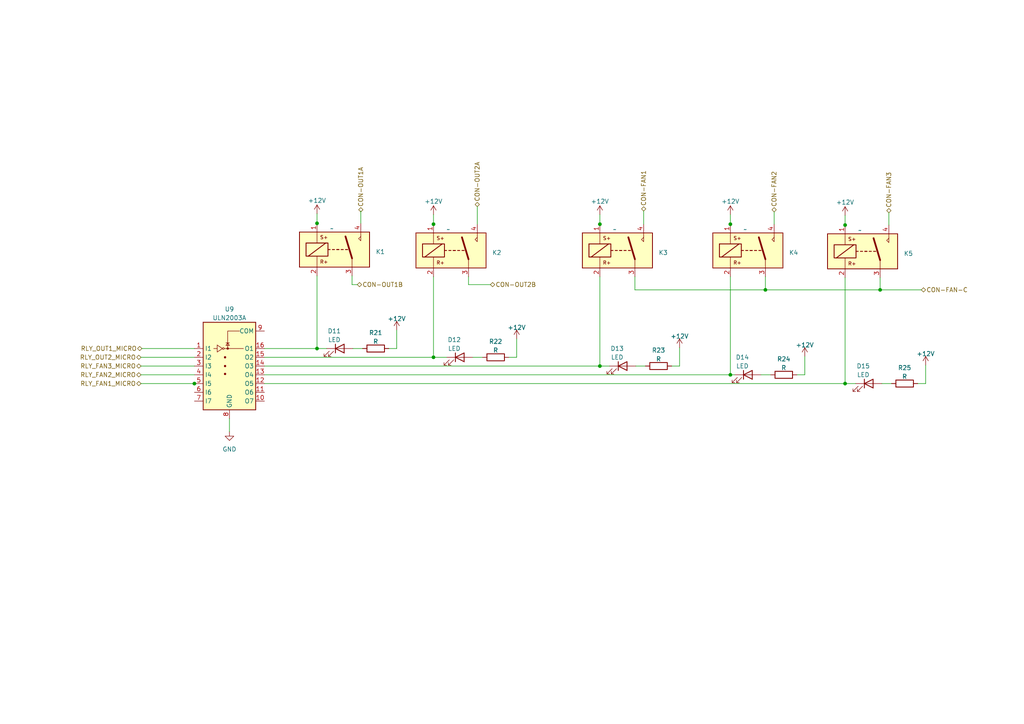
<source format=kicad_sch>
(kicad_sch (version 20230121) (generator eeschema)
  (paper "A4")
  (lib_symbols
    (symbol "Device:LED" (pin_numbers hide) (pin_names (offset 1.016) hide)
      (property "Reference" "D" (at 0 2.54 0))
      (property "Value" "LED" (at 0 -2.54 0))
      (symbol "LED_0_1"
        (polyline (pts (xy -1.27 -1.27) (xy -1.27 1.27)) (stroke (width 0.254)))
        (polyline (pts (xy -1.27 0) (xy 1.27 0)))
        (polyline (pts (xy 1.27 -1.27) (xy 1.27 1.27) (xy -1.27 0) (xy 1.27 -1.27)) (stroke (width 0.254)))
        (polyline (pts (xy -3.048 -0.762) (xy -4.572 -2.286) (xy -3.81 -2.286) (xy -4.572 -2.286) (xy -4.572 -1.524)))
        (polyline (pts (xy -1.778 -0.762) (xy -3.302 -2.286) (xy -2.54 -2.286) (xy -3.302 -2.286) (xy -3.302 -1.524)))
      )
      (symbol "LED_1_1"
        (pin passive line (at -3.81 0 0) (length 2.54) (name "K") (number "1"))
        (pin passive line (at 3.81 0 180) (length 2.54) (name "A") (number "2"))
      )
    )
    (symbol "Device:R" (pin_numbers hide) (pin_names (offset 0))
      (property "Reference" "R" (at 2.032 0 90))
      (property "Value" "R" (at 0 0 90))
      (symbol "R_0_1"
        (rectangle (start -1.016 -2.54) (end 1.016 2.54) (stroke (width 0.254)))
      )
      (symbol "R_1_1"
        (pin passive line (at 0 3.81 270) (length 1.27) (name "~") (number "1"))
        (pin passive line (at 0 -3.81 90) (length 1.27) (name "~") (number "2"))
      )
    )
    (symbol "New_Library:AZ921"
      (property "Reference" "K1" (at 12.7 -6.731 0))
      (property "Value" "~" (at 0 0 0))
      (symbol "AZ921_1_1"
        (rectangle (start -9.398 -1.016) (end 10.922 -11.176) (stroke (width 0.254)) (fill (type background)))
        (rectangle (start -7.493 -4.191) (end -1.143 -8.001) (stroke (width 0.254)))
        (polyline (pts (xy -6.858 -8.001) (xy -1.778 -4.191)) (stroke (width 0.254)))
        (polyline (pts (xy -4.318 -11.176) (xy -4.318 -8.001)))
        (polyline (pts (xy -4.318 -1.016) (xy -4.318 -4.191)))
        (polyline (pts (xy -1.143 -6.096) (xy -0.508 -6.096)) (stroke (width 0.254)))
        (polyline (pts (xy 0.127 -6.096) (xy 0.762 -6.096)) (stroke (width 0.254)))
        (polyline (pts (xy 1.397 -6.096) (xy 2.032 -6.096)) (stroke (width 0.254)))
        (polyline (pts (xy 1.397 -6.096) (xy 2.032 -6.096)) (stroke (width 0.254)))
        (polyline (pts (xy 2.667 -6.096) (xy 3.302 -6.096)) (stroke (width 0.254)))
        (polyline (pts (xy 3.937 -6.096) (xy 4.572 -6.096)) (stroke (width 0.254)))
        (polyline (pts (xy 5.842 -8.636) (xy 3.937 -2.286)) (stroke (width 0.508)))
        (polyline (pts (xy 5.842 -8.636) (xy 5.842 -11.176)))
        (polyline (pts (xy 8.382 -2.286) (xy 8.382 -1.016)))
        (polyline (pts (xy 8.382 -2.286) (xy 8.382 -3.556) (xy 7.747 -2.921) (xy 8.382 -2.286)))
        (text "R+" (at -2.286 -9.652 0) (effects (font (size 1.016 1.016))))
        (text "S+" (at -2.286 -2.54 0) (effects (font (size 1.016 1.016))))
        (pin passive line (at -4.318 1.524 270) (length 2.54) (name "~") (number "1"))
        (pin passive line (at -4.318 -13.716 90) (length 2.54) (name "~") (number "2"))
        (pin passive line (at 5.842 -13.716 90) (length 2.54) (name "~") (number "3"))
        (pin passive line (at 8.382 1.524 270) (length 2.54) (name "~") (number "4"))
      )
    )
    (symbol "Transistor_Array:ULN2003A"
      (property "Reference" "U" (at 0 15.875 0))
      (property "Value" "ULN2003A" (at 0 13.97 0))
      (symbol "ULN2003A_0_1"
        (rectangle (start -7.62 -12.7) (end 7.62 12.7) (stroke (width 0.254)) (fill (type background)))
        (circle (center -1.778 5.08) (radius 0.254))
        (circle (center -1.27 -2.286) (radius 0.254) (fill (type outline)))
        (circle (center -1.27 0) (radius 0.254) (fill (type outline)))
        (circle (center -1.27 2.54) (radius 0.254) (fill (type outline)))
        (circle (center -0.508 5.08) (radius 0.254) (fill (type outline)))
        (polyline (pts (xy -4.572 5.08) (xy -3.556 5.08)))
        (polyline (pts (xy -1.524 5.08) (xy 4.064 5.08)))
        (polyline (pts (xy 0 6.731) (xy -1.016 6.731)))
        (polyline (pts (xy -0.508 5.08) (xy -0.508 10.16) (xy 2.921 10.16)))
        (polyline (pts (xy -3.556 6.096) (xy -3.556 4.064) (xy -2.032 5.08) (xy -3.556 6.096)))
        (polyline (pts (xy 0 5.969) (xy -1.016 5.969) (xy -0.508 6.731) (xy 0 5.969)))
      )
      (symbol "ULN2003A_1_1"
        (pin input line (at -10.16 5.08 0) (length 2.54) (name "I1") (number "1"))
        (pin open_collector line (at 10.16 -10.16 180) (length 2.54) (name "O7") (number "10"))
        (pin open_collector line (at 10.16 -7.62 180) (length 2.54) (name "O6") (number "11"))
        (pin open_collector line (at 10.16 -5.08 180) (length 2.54) (name "O5") (number "12"))
        (pin open_collector line (at 10.16 -2.54 180) (length 2.54) (name "O4") (number "13"))
        (pin open_collector line (at 10.16 0 180) (length 2.54) (name "O3") (number "14"))
        (pin open_collector line (at 10.16 2.54 180) (length 2.54) (name "O2") (number "15"))
        (pin open_collector line (at 10.16 5.08 180) (length 2.54) (name "O1") (number "16"))
        (pin input line (at -10.16 2.54 0) (length 2.54) (name "I2") (number "2"))
        (pin input line (at -10.16 0 0) (length 2.54) (name "I3") (number "3"))
        (pin input line (at -10.16 -2.54 0) (length 2.54) (name "I4") (number "4"))
        (pin input line (at -10.16 -5.08 0) (length 2.54) (name "I5") (number "5"))
        (pin input line (at -10.16 -7.62 0) (length 2.54) (name "I6") (number "6"))
        (pin input line (at -10.16 -10.16 0) (length 2.54) (name "I7") (number "7"))
        (pin power_in line (at 0 -15.24 90) (length 2.54) (name "GND") (number "8"))
        (pin passive line (at 10.16 10.16 180) (length 2.54) (name "COM") (number "9"))
      )
    )
    (symbol "power:+12V" (power) (pin_names (offset 0))
      (property "Value" "+12V" (at 0 3.556 0))
      (symbol "+12V_0_1"
        (polyline (pts (xy -0.762 1.27) (xy 0 2.54)))
        (polyline (pts (xy 0 0) (xy 0 2.54)))
        (polyline (pts (xy 0 2.54) (xy 0.762 1.27)))
      )
      (symbol "+12V_1_1"
        (pin power_in line (at 0 0 90) (length 0) hide (name "+12V") (number "1"))
      )
    )
    (symbol "power:GND" (power) (pin_names (offset 0))
      (property "Value" "GND" (at 0 -3.81 0))
      (symbol "GND_0_1"
        (polyline (pts (xy 0 0) (xy 0 -1.27) (xy 1.27 -1.27) (xy 0 -2.54) (xy -1.27 -1.27) (xy 0 -1.27)))
      )
      (symbol "GND_1_1"
        (pin power_in line (at 0 0 270) (length 0) hide (name "GND") (number "1"))
      )
    )
  )
  (junction (at 173.99 106.172))
  (junction (at 211.836 65.024))
  (junction (at 245.11 111.252))
  (junction (at 211.836 108.712))
  (junction (at 125.73 103.632))
  (junction (at 255.27 84.074))
  (junction (at 56.388 111.252))
  (junction (at 173.99 65.024))
  (junction (at 91.948 101.092))
  (junction (at 221.996 84.074))
  (junction (at 125.73 65.024))
  (junction (at 245.11 65.278))
  (junction (at 91.948 64.77))
  (wire (pts (xy 186.69 61.214) (xy 186.69 65.024)))
  (wire (pts (xy 76.708 103.632) (xy 125.73 103.632)))
  (wire (pts (xy 102.108 82.55) (xy 102.108 80.01)))
  (wire (pts (xy 137.16 103.632) (xy 139.954 103.632)))
  (wire (pts (xy 173.99 106.172) (xy 176.784 106.172)))
  (wire (pts (xy 197.104 100.838) (xy 197.104 106.172)))
  (wire (pts (xy 211.836 65.024) (xy 212.09 65.024)))
  (wire (pts (xy 135.89 82.55) (xy 135.89 80.264)))
  (wire (pts (xy 115.062 95.758) (xy 115.062 101.092)))
  (wire (pts (xy 40.894 103.632) (xy 56.388 103.632)))
  (wire (pts (xy 91.948 64.77) (xy 92.202 64.77)))
  (wire (pts (xy 125.73 65.024) (xy 125.984 65.024)))
  (wire (pts (xy 184.404 106.172) (xy 187.198 106.172)))
  (wire (pts (xy 211.836 80.264) (xy 211.836 108.712)))
  (wire (pts (xy 197.104 106.172) (xy 194.818 106.172)))
  (wire (pts (xy 221.996 84.074) (xy 184.15 84.074)))
  (wire (pts (xy 268.478 111.252) (xy 266.192 111.252)))
  (wire (pts (xy 173.99 65.024) (xy 174.244 65.024)))
  (wire (pts (xy 257.81 61.722) (xy 257.81 65.278)))
  (wire (pts (xy 102.362 101.092) (xy 105.156 101.092)))
  (wire (pts (xy 245.11 80.518) (xy 245.11 111.252)))
  (wire (pts (xy 103.632 82.55) (xy 102.108 82.55)))
  (wire (pts (xy 76.708 101.092) (xy 91.948 101.092)))
  (wire (pts (xy 91.948 101.092) (xy 94.742 101.092)))
  (wire (pts (xy 173.99 62.23) (xy 173.99 65.024)))
  (wire (pts (xy 149.86 98.298) (xy 149.86 103.632)))
  (wire (pts (xy 224.536 61.468) (xy 224.536 65.024)))
  (wire (pts (xy 125.73 62.23) (xy 125.73 65.024)))
  (wire (pts (xy 149.86 103.632) (xy 147.574 103.632)))
  (wire (pts (xy 76.708 111.252) (xy 245.11 111.252)))
  (wire (pts (xy 40.894 108.712) (xy 56.388 108.712)))
  (wire (pts (xy 211.836 62.23) (xy 211.836 65.024)))
  (wire (pts (xy 115.062 101.092) (xy 112.776 101.092)))
  (wire (pts (xy 76.708 106.172) (xy 173.99 106.172)))
  (wire (pts (xy 267.208 84.074) (xy 255.27 84.074)))
  (wire (pts (xy 173.99 80.264) (xy 173.99 106.172)))
  (wire (pts (xy 221.996 80.264) (xy 221.996 84.074)))
  (wire (pts (xy 220.726 108.712) (xy 223.52 108.712)))
  (wire (pts (xy 125.73 80.264) (xy 125.73 103.632)))
  (wire (pts (xy 184.15 84.074) (xy 184.15 80.264)))
  (wire (pts (xy 233.426 108.712) (xy 231.14 108.712)))
  (wire (pts (xy 255.27 80.518) (xy 255.27 84.074)))
  (wire (pts (xy 142.24 82.55) (xy 135.89 82.55)))
  (wire (pts (xy 245.11 65.278) (xy 245.364 65.278)))
  (wire (pts (xy 268.478 105.918) (xy 268.478 111.252)))
  (wire (pts (xy 138.43 59.944) (xy 138.43 65.024)))
  (wire (pts (xy 41.148 101.092) (xy 56.388 101.092)))
  (wire (pts (xy 56.388 111.252) (xy 56.642 111.252)))
  (wire (pts (xy 66.548 121.412) (xy 66.548 125.222)))
  (wire (pts (xy 245.11 111.252) (xy 248.158 111.252)))
  (wire (pts (xy 125.73 103.632) (xy 129.54 103.632)))
  (wire (pts (xy 233.426 103.378) (xy 233.426 108.712)))
  (wire (pts (xy 255.778 111.252) (xy 258.572 111.252)))
  (wire (pts (xy 91.948 80.01) (xy 91.948 101.092)))
  (wire (pts (xy 40.894 111.252) (xy 56.388 111.252)))
  (wire (pts (xy 104.648 61.214) (xy 104.648 64.77)))
  (wire (pts (xy 211.836 108.712) (xy 213.106 108.712)))
  (wire (pts (xy 40.894 106.172) (xy 56.388 106.172)))
  (wire (pts (xy 76.708 108.712) (xy 211.836 108.712)))
  (wire (pts (xy 245.11 62.484) (xy 245.11 65.278)))
  (wire (pts (xy 255.27 84.074) (xy 221.996 84.074)))
  (wire (pts (xy 91.948 61.976) (xy 91.948 64.77)))
  (hierarchical_label "CON-OUT2B" (shape bidirectional) (at 142.24 82.55 0))
  (hierarchical_label "RLY_OUT1_MICRO" (shape bidirectional) (at 41.148 101.092 180))
  (hierarchical_label "CON-OUT2A" (shape bidirectional) (at 138.43 59.944 90))
  (hierarchical_label "CON-OUT1B" (shape bidirectional) (at 103.632 82.55 0))
  (hierarchical_label "RLY_FAN3_MICRO" (shape bidirectional) (at 40.894 106.172 180))
  (hierarchical_label "RLY_FAN1_MICRO" (shape bidirectional) (at 40.894 111.252 180))
  (hierarchical_label "RLY_FAN2_MICRO" (shape bidirectional) (at 40.894 108.712 180))
  (hierarchical_label "CON-FAN2" (shape bidirectional) (at 224.536 61.468 90))
  (hierarchical_label "CON-FAN3" (shape bidirectional) (at 257.81 61.722 90))
  (hierarchical_label "CON-FAN1" (shape bidirectional) (at 186.69 61.214 90))
  (hierarchical_label "CON-FAN-C" (shape bidirectional) (at 267.208 84.074 0))
  (hierarchical_label "RLY_OUT2_MICRO" (shape bidirectional) (at 40.894 103.632 180))
  (hierarchical_label "CON-OUT1A" (shape bidirectional) (at 104.648 61.468 90))
  (symbol (lib_id "power:+12V") (at 149.86 98.298 0) (unit 1)
    (property "Reference" "#PWR047" (effects hide))
    (property "Value" "+12V" (at 149.86 94.996 0))
  )
  (symbol (lib_id "power:+12V") (at 233.426 103.378 0) (unit 1)
    (property "Reference" "#PWR049" (effects hide))
    (property "Value" "+12V" (at 233.426 100.076 0))
  )
  (symbol (lib_id "New_Library:AZ921") (at 178.308 66.548 0) (unit 1)
    (property "Reference" "K3" (at 191.008 73.279 0) (effects (justify left)))
    (property "Value" "~" (at 178.308 66.548 0))
    (property "Footprint" "Huellas:AZ921" (effects hide))
  )
  (symbol (lib_id "Device:R") (at 262.382 111.252 90) (unit 1)
    (property "Reference" "R25" (at 262.382 106.68 90))
    (property "Value" "R" (at 262.382 109.22 90))
    (property "Footprint" "Resistor_SMD:R_0805_2012Metric" (effects hide))
  )
  (symbol (lib_id "Device:LED") (at 251.968 111.252 0) (unit 1)
    (property "Reference" "D15" (at 250.3805 106.172 0))
    (property "Value" "LED" (at 250.3805 108.712 0))
    (property "Footprint" "LED_SMD:LED_0805_2012Metric" (effects hide))
  )
  (symbol (lib_id "power:+12V") (at 245.11 62.484 0) (unit 1)
    (property "Reference" "#PWR045" (effects hide))
    (property "Value" "+12V" (at 245.11 58.674 0))
  )
  (symbol (lib_id "New_Library:AZ921") (at 96.266 66.294 0) (unit 1)
    (property "Reference" "K1" (at 108.966 73.025 0) (effects (justify left)))
    (property "Value" "~" (at 96.266 66.294 0))
    (property "Footprint" "Huellas:AZ921" (effects hide))
  )
  (symbol (lib_id "power:+12V") (at 173.99 62.23 0) (unit 1)
    (property "Reference" "#PWR043" (effects hide))
    (property "Value" "+12V" (at 173.99 58.42 0))
  )
  (symbol (lib_id "power:+12V") (at 115.062 95.758 0) (unit 1)
    (property "Reference" "#PWR046" (effects hide))
    (property "Value" "+12V" (at 115.062 92.456 0))
  )
  (symbol (lib_id "Transistor_Array:ULN2003A") (at 66.548 106.172 0) (unit 1)
    (property "Reference" "U9" (at 66.548 89.662 0))
    (property "Value" "ULN2003A" (at 66.548 92.202 0))
    (property "Footprint" "Package_SO:SOIC-16_3.9x9.9mm_P1.27mm" (effects hide))
    (property "Datasheet" "http://www.ti.com/lit/ds/symlink/uln2003a.pdf" (effects hide))
  )
  (symbol (lib_id "New_Library:AZ921") (at 216.154 66.548 0) (unit 1)
    (property "Reference" "K4" (at 228.854 73.279 0) (effects (justify left)))
    (property "Value" "~" (at 216.154 66.548 0))
    (property "Footprint" "Huellas:AZ921" (effects hide))
  )
  (symbol (lib_id "New_Library:AZ921") (at 130.048 66.548 0) (unit 1)
    (property "Reference" "K2" (at 142.748 73.279 0) (effects (justify left)))
    (property "Value" "~" (at 130.048 66.548 0))
    (property "Footprint" "Huellas:AZ921" (effects hide))
  )
  (symbol (lib_id "Device:LED") (at 180.594 106.172 0) (unit 1)
    (property "Reference" "D13" (at 179.0065 101.092 0))
    (property "Value" "LED" (at 179.0065 103.632 0))
    (property "Footprint" "LED_SMD:LED_0805_2012Metric" (effects hide))
  )
  (symbol (lib_id "New_Library:AZ921") (at 249.428 66.802 0) (unit 1)
    (property "Reference" "K5" (at 262.128 73.533 0) (effects (justify left)))
    (property "Value" "~" (at 249.428 66.802 0))
    (property "Footprint" "Huellas:AZ921" (effects hide))
  )
  (symbol (lib_id "Device:R") (at 191.008 106.172 90) (unit 1)
    (property "Reference" "R23" (at 191.008 101.6 90))
    (property "Value" "R" (at 191.008 104.14 90))
    (property "Footprint" "Resistor_SMD:R_0805_2012Metric" (effects hide))
  )
  (symbol (lib_id "power:+12V") (at 268.478 105.918 0) (unit 1)
    (property "Reference" "#PWR050" (effects hide))
    (property "Value" "+12V" (at 268.478 102.616 0))
  )
  (symbol (lib_id "power:+12V") (at 197.104 100.838 0) (unit 1)
    (property "Reference" "#PWR048" (effects hide))
    (property "Value" "+12V" (at 197.104 97.536 0))
  )
  (symbol (lib_id "power:GND") (at 66.548 125.222 0) (unit 1)
    (property "Reference" "#PWR051" (effects hide))
    (property "Value" "GND" (at 66.548 130.302 0))
  )
  (symbol (lib_id "Device:R") (at 143.764 103.632 90) (unit 1)
    (property "Reference" "R22" (at 143.764 99.06 90))
    (property "Value" "R" (at 143.764 101.6 90))
    (property "Footprint" "Resistor_SMD:R_0805_2012Metric" (effects hide))
  )
  (symbol (lib_id "Device:LED") (at 98.552 101.092 0) (unit 1)
    (property "Reference" "D11" (at 96.9645 96.012 0))
    (property "Value" "LED" (at 96.9645 98.552 0))
    (property "Footprint" "LED_SMD:LED_0805_2012Metric" (effects hide))
  )
  (symbol (lib_id "power:+12V") (at 91.948 61.976 0) (unit 1)
    (property "Reference" "#PWR041" (effects hide))
    (property "Value" "+12V" (at 91.948 58.166 0))
  )
  (symbol (lib_id "Device:LED") (at 133.35 103.632 0) (unit 1)
    (property "Reference" "D12" (at 131.7625 98.552 0))
    (property "Value" "LED" (at 131.7625 101.092 0))
    (property "Footprint" "LED_SMD:LED_0805_2012Metric" (effects hide))
  )
  (symbol (lib_id "power:+12V") (at 211.836 62.23 0) (unit 1)
    (property "Reference" "#PWR044" (effects hide))
    (property "Value" "+12V" (at 211.836 58.42 0))
  )
  (symbol (lib_id "Device:R") (at 108.966 101.092 90) (unit 1)
    (property "Reference" "R21" (at 108.966 96.52 90))
    (property "Value" "R" (at 108.966 99.06 90))
    (property "Footprint" "Resistor_SMD:R_0805_2012Metric" (effects hide))
  )
  (symbol (lib_id "Device:R") (at 227.33 108.712 90) (unit 1)
    (property "Reference" "R24" (at 227.33 104.14 90))
    (property "Value" "R" (at 227.33 106.68 90))
    (property "Footprint" "Resistor_SMD:R_0805_2012Metric" (effects hide))
  )
  (symbol (lib_id "power:+12V") (at 125.73 62.23 0) (unit 1)
    (property "Reference" "#PWR042" (effects hide))
    (property "Value" "+12V" (at 125.73 58.42 0))
  )
  (symbol (lib_id "Device:LED") (at 216.916 108.712 0) (unit 1)
    (property "Reference" "D14" (at 215.3285 103.632 0))
    (property "Value" "LED" (at 215.3285 106.172 0))
    (property "Footprint" "LED_SMD:LED_0805_2012Metric" (effects hide))
  )
)
</source>
